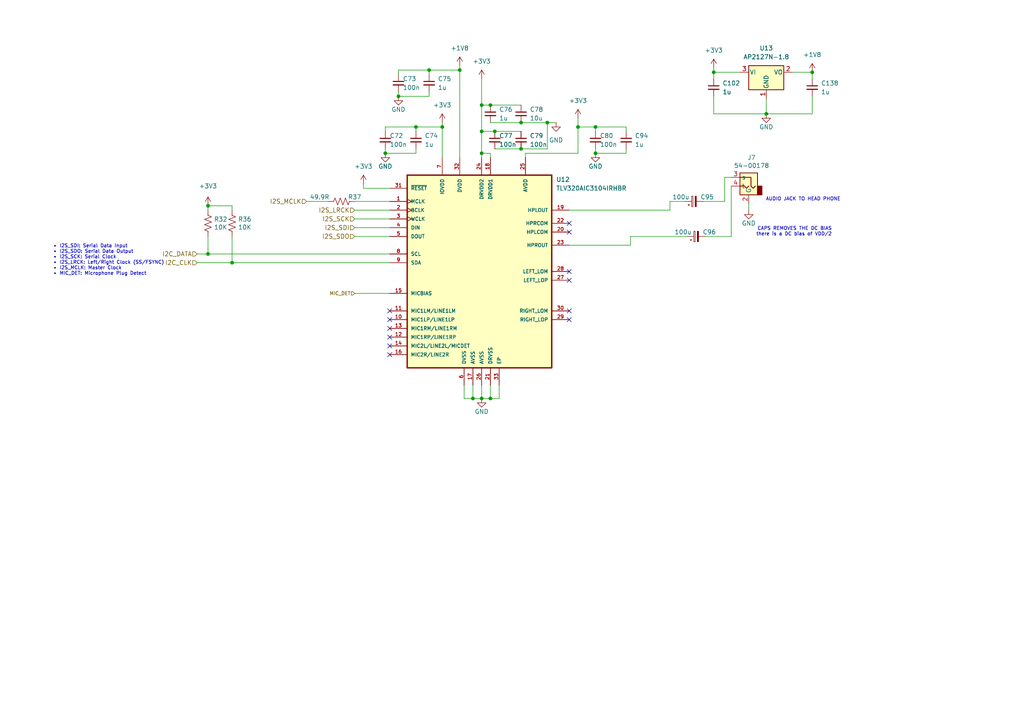
<source format=kicad_sch>
(kicad_sch (version 20211123) (generator eeschema)
  (paper "A4")
  (lib_symbols
    (symbol "Connector:AudioJack2_Ground"
      (property "Reference" "J7" (at -0.8128 8.255 0))
      (property "Value" "54-00178" (at -0.8128 5.9436 0))
      (symbol "AudioJack2_Ground_0_1"
        (rectangle (start -2.54 -2.54) (end -3.81 0) (stroke (width 0.254)) (fill (type outline)))
        (polyline (pts (xy 0 0) (xy 0.635 -0.635) (xy 1.27 0) (xy 2.54 0)) (stroke (width 0.254)))
        (polyline (pts (xy 2.54 2.54) (xy -0.635 2.54) (xy -0.635 0) (xy -1.27 -0.635) (xy -1.905 0)) (stroke (width 0.254)))
        (rectangle (start 2.54 3.81) (end -2.54 -2.54) (stroke (width 0.254)) (fill (type background)))
      )
      (symbol "AudioJack2_Ground_1_1"
        (pin passive line (at 0 -5.08 90) (length 2.54) (name "G") (number "2"))
        (pin passive line (at 5.08 2.54 180) (length 2.54) (name "s") (number "3"))
        (pin passive line (at 5.08 0 180) (length 2.54) (name "t") (number "4"))
      )
    )
    (symbol "Device:C_Small" (pin_numbers hide) (pin_names (offset 0.254) hide)
      (property "Reference" "C" (at 0.254 1.778 0))
      (property "Value" "C_Small" (at 0.254 -2.032 0))
      (symbol "C_Small_0_1"
        (polyline (pts (xy -1.524 -0.508) (xy 1.524 -0.508)) (stroke (width 0.3302)))
        (polyline (pts (xy -1.524 0.508) (xy 1.524 0.508)) (stroke (width 0.3048)))
      )
      (symbol "C_Small_1_1"
        (pin passive line (at 0 2.54 270) (length 2.032) (name "~") (number "1"))
        (pin passive line (at 0 -2.54 90) (length 2.032) (name "~") (number "2"))
      )
    )
    (symbol "Device:R_US" (pin_numbers hide) (pin_names (offset 0))
      (property "Reference" "R" (at 2.54 0 90))
      (property "Value" "R_US" (at -2.54 0 90))
      (symbol "R_US_0_1"
        (polyline (pts (xy 0 -2.286) (xy 0 -2.54)))
        (polyline (pts (xy 0 2.286) (xy 0 2.54)))
        (polyline (pts (xy 0 -0.762) (xy 1.016 -1.143) (xy 0 -1.524) (xy -1.016 -1.905) (xy 0 -2.286)))
        (polyline (pts (xy 0 0.762) (xy 1.016 0.381) (xy 0 0) (xy -1.016 -0.381) (xy 0 -0.762)))
        (polyline (pts (xy 0 2.286) (xy 1.016 1.905) (xy 0 1.524) (xy -1.016 1.143) (xy 0 0.762)))
      )
      (symbol "R_US_1_1"
        (pin passive line (at 0 3.81 270) (length 1.27) (name "~") (number "1"))
        (pin passive line (at 0 -3.81 90) (length 1.27) (name "~") (number "2"))
      )
    )
    (symbol "GCL_Integrated-Circuits:TLV320AIC3104IRHBR" (pin_names (offset 1.016))
      (property "Reference" "U" (at -27.94 34.02 0))
      (property "Value" "TLV320AIC3104IRHBR" (at -35.56 -26.67 0))
      (symbol "TLV320AIC3104IRHBR_0_0"
        (rectangle (start -27.94 33.02) (end 13.97 -22.86) (stroke (width 0.41)) (fill (type background)))
        (pin input clock (at -33.02 25.4 0) (length 5.08) (name "MCLK") (number "1"))
        (pin input line (at -33.02 -8.89 0) (length 5.08) (name "MIC1LP/LINE1LP") (number "10"))
        (pin input line (at -33.02 -6.35 0) (length 5.08) (name "MIC1LM/LINE1LM") (number "11"))
        (pin input line (at -33.02 -13.97 0) (length 5.08) (name "MIC1RP/LINE1RP") (number "12"))
        (pin input line (at -33.02 -11.43 0) (length 5.08) (name "MIC1RM/LINE1RM") (number "13"))
        (pin input line (at -33.02 -16.51 0) (length 5.08) (name "MIC2L/LINE2L/MICDET") (number "14"))
        (pin output line (at -33.02 -1.27 0) (length 5.08) (name "MICBIAS") (number "15"))
        (pin input line (at -33.02 -19.05 0) (length 5.08) (name "MIC2R/LINE2R") (number "16"))
        (pin power_in line (at -8.89 -27.94 90) (length 5.08) (name "AVSS") (number "17"))
        (pin power_in line (at -3.81 38.1 270) (length 5.08) (name "DRVDD1") (number "18"))
        (pin output line (at 19.05 22.86 180) (length 5.08) (name "HPLOUT") (number "19"))
        (pin input clock (at -33.02 22.86 0) (length 5.08) (name "BCLK") (number "2"))
        (pin output line (at 19.05 16.51 180) (length 5.08) (name "HPLCOM") (number "20"))
        (pin power_in line (at -3.81 -27.94 90) (length 5.08) (name "DRVSS") (number "21"))
        (pin output line (at 19.05 19.05 180) (length 5.08) (name "HPRCOM") (number "22"))
        (pin output line (at 19.05 12.7 180) (length 5.08) (name "HPROUT") (number "23"))
        (pin power_in line (at -6.35 38.1 270) (length 5.08) (name "DRVDD2") (number "24"))
        (pin power_in line (at 6.35 38.1 270) (length 5.08) (name "AVDD") (number "25"))
        (pin power_in line (at -6.35 -27.94 90) (length 5.08) (name "AVSS") (number "26"))
        (pin output line (at 19.05 2.54 180) (length 5.08) (name "LEFT_LOP") (number "27"))
        (pin output line (at 19.05 5.08 180) (length 5.08) (name "LEFT_LOM") (number "28"))
        (pin output line (at 19.05 -8.89 180) (length 5.08) (name "RIGHT_LOP") (number "29"))
        (pin input clock (at -33.02 20.32 0) (length 5.08) (name "WCLK") (number "3"))
        (pin output line (at 19.05 -6.35 180) (length 5.08) (name "RIGHT_LOM") (number "30"))
        (pin input line (at -33.02 29.21 0) (length 5.08) (name "~{RESET}") (number "31"))
        (pin power_in line (at -12.7 38.1 270) (length 5.08) (name "DVDD") (number "32"))
        (pin power_in line (at -1.27 -27.94 90) (length 5.08) (name "EP") (number "33"))
        (pin input line (at -33.02 17.78 0) (length 5.08) (name "DIN") (number "4"))
        (pin output line (at -33.02 15.24 0) (length 5.08) (name "DOUT") (number "5"))
        (pin power_in line (at -11.43 -27.94 90) (length 5.08) (name "DVSS") (number "6"))
        (pin power_in line (at -17.78 38.1 270) (length 5.08) (name "IOVDD") (number "7"))
        (pin input line (at -33.02 10.16 0) (length 5.08) (name "SCL") (number "8"))
        (pin bidirectional line (at -33.02 7.62 0) (length 5.08) (name "SDA") (number "9"))
      )
    )
    (symbol "Regulator_Linear:AP2127N-1.8" (pin_names (offset 0.254))
      (property "Reference" "U" (at -3.81 3.175 0))
      (property "Value" "AP2127N-1.8" (at 0 3.175 0))
      (symbol "AP2127N-1.8_0_1"
        (rectangle (start -5.08 1.905) (end 5.08 -5.08) (stroke (width 0.254)) (fill (type background)))
      )
      (symbol "AP2127N-1.8_1_1"
        (pin power_in line (at 0 -7.62 90) (length 2.54) (name "GND") (number "1"))
        (pin power_out line (at 7.62 0 180) (length 2.54) (name "VO") (number "2"))
        (pin power_in line (at -7.62 0 0) (length 2.54) (name "VI") (number "3"))
      )
    )
    (symbol "USB_C_HUB-rescue:CP_Small-Device" (pin_numbers hide) (pin_names (offset 0.254) hide)
      (property "Reference" "C" (at 0.254 1.778 0))
      (property "Value" "CP_Small-Device" (at 0.254 -2.032 0))
      (symbol "CP_Small-Device_0_1"
        (rectangle (start -1.524 -0.3048) (end 1.524 -0.6858) (fill (type outline)))
        (rectangle (start -1.524 0.6858) (end 1.524 0.3048))
        (polyline (pts (xy -1.27 1.524) (xy -0.762 1.524)))
        (polyline (pts (xy -1.016 1.27) (xy -1.016 1.778)))
      )
      (symbol "CP_Small-Device_1_1"
        (pin passive line (at 0 2.54 270) (length 1.8542) (name "~") (number "1"))
        (pin passive line (at 0 -2.54 90) (length 1.8542) (name "~") (number "2"))
      )
    )
    (symbol "power:+1V8" (power) (pin_names (offset 0))
      (property "Value" "+1V8" (at 0 3.556 0))
      (symbol "+1V8_0_1"
        (polyline (pts (xy -0.762 1.27) (xy 0 2.54)))
        (polyline (pts (xy 0 0) (xy 0 2.54)))
        (polyline (pts (xy 0 2.54) (xy 0.762 1.27)))
      )
      (symbol "+1V8_1_1"
        (pin power_in line (at 0 0 90) (length 0) hide (name "+1V8") (number "1"))
      )
    )
    (symbol "power:+3V3" (power) (pin_names (offset 0))
      (property "Value" "+3V3" (at 0 3.556 0))
      (symbol "+3V3_0_1"
        (polyline (pts (xy -0.762 1.27) (xy 0 2.54)))
        (polyline (pts (xy 0 0) (xy 0 2.54)))
        (polyline (pts (xy 0 2.54) (xy 0.762 1.27)))
      )
      (symbol "+3V3_1_1"
        (pin power_in line (at 0 0 90) (length 0) hide (name "+3V3") (number "1"))
      )
    )
    (symbol "power:GND" (power) (pin_names (offset 0))
      (property "Value" "GND" (at 0 -3.81 0))
      (symbol "GND_0_1"
        (polyline (pts (xy 0 0) (xy 0 -1.27) (xy 1.27 -1.27) (xy 0 -2.54) (xy -1.27 -1.27) (xy 0 -1.27)))
      )
      (symbol "GND_1_1"
        (pin power_in line (at 0 0 270) (length 0) hide (name "GND") (number "1"))
      )
    )
  )
  (junction (at 235.585 20.955))
  (junction (at 139.7 115.57))
  (junction (at 67.31 76.2))
  (junction (at 139.7 30.48))
  (junction (at 207.01 20.955))
  (junction (at 222.25 33.02))
  (junction (at 142.24 115.57))
  (junction (at 111.76 44.45))
  (junction (at 60.325 73.66))
  (junction (at 151.13 35.56))
  (junction (at 124.46 20.32))
  (junction (at 172.72 44.45))
  (junction (at 128.27 36.83))
  (junction (at 143.51 38.1))
  (junction (at 142.24 30.48))
  (junction (at 158.75 35.56))
  (junction (at 139.7 44.45))
  (junction (at 137.16 115.57))
  (junction (at 120.65 36.83))
  (junction (at 133.35 20.32))
  (junction (at 151.13 43.18))
  (junction (at 115.57 27.94))
  (junction (at 60.325 59.69))
  (junction (at 172.72 36.83))
  (junction (at 139.7 38.1))
  (junction (at 167.64 36.83))
  (no_connect (at 165.1 90.17))
  (no_connect (at 113.03 90.17))
  (no_connect (at 113.03 92.71))
  (no_connect (at 113.03 95.25))
  (no_connect (at 113.03 97.79))
  (no_connect (at 113.03 100.33))
  (no_connect (at 113.03 102.87))
  (no_connect (at 165.1 64.77))
  (no_connect (at 165.1 67.31))
  (no_connect (at 165.1 92.71))
  (no_connect (at 165.1 78.74))
  (no_connect (at 165.1 81.28))
  (wire (pts (xy 133.35 20.32) (xy 133.35 45.72)))
  (wire (pts (xy 207.01 19.685) (xy 207.01 20.955)))
  (wire (pts (xy 151.13 35.56) (xy 158.75 35.56)))
  (wire (pts (xy 139.7 30.48) (xy 139.7 38.1)))
  (wire (pts (xy 57.15 73.66) (xy 60.325 73.66)))
  (wire (pts (xy 212.09 68.58) (xy 212.09 53.975)))
  (wire (pts (xy 128.27 35.56) (xy 128.27 36.83)))
  (wire (pts (xy 102.87 60.96) (xy 113.03 60.96)))
  (wire (pts (xy 142.24 111.76) (xy 142.24 115.57)))
  (wire (pts (xy 235.585 20.955) (xy 229.87 20.955)))
  (wire (pts (xy 137.16 111.76) (xy 137.16 115.57)))
  (wire (pts (xy 172.72 44.45) (xy 181.61 44.45)))
  (wire (pts (xy 102.87 63.5) (xy 113.03 63.5)))
  (wire (pts (xy 139.7 115.57) (xy 142.24 115.57)))
  (wire (pts (xy 235.585 33.02) (xy 235.585 27.94)))
  (wire (pts (xy 134.62 111.76) (xy 134.62 115.57)))
  (wire (pts (xy 207.01 27.94) (xy 207.01 33.02)))
  (wire (pts (xy 120.65 36.83) (xy 111.76 36.83)))
  (wire (pts (xy 60.325 68.58) (xy 60.325 73.66)))
  (wire (pts (xy 182.88 68.58) (xy 199.39 68.58)))
  (wire (pts (xy 124.46 20.32) (xy 133.35 20.32)))
  (wire (pts (xy 165.1 71.12) (xy 182.88 71.12)))
  (wire (pts (xy 167.64 36.83) (xy 172.72 36.83)))
  (wire (pts (xy 222.25 33.02) (xy 235.585 33.02)))
  (wire (pts (xy 165.1 60.96) (xy 194.31 60.96)))
  (wire (pts (xy 217.17 60.96) (xy 217.17 59.055)))
  (wire (pts (xy 133.35 19.05) (xy 133.35 20.32)))
  (wire (pts (xy 158.75 35.56) (xy 161.29 35.56)))
  (wire (pts (xy 203.835 58.42) (xy 210.185 58.42)))
  (wire (pts (xy 222.25 28.575) (xy 222.25 33.02)))
  (wire (pts (xy 111.76 43.18) (xy 111.76 44.45)))
  (wire (pts (xy 158.75 43.18) (xy 158.75 35.56)))
  (wire (pts (xy 128.27 36.83) (xy 120.65 36.83)))
  (wire (pts (xy 182.88 71.12) (xy 182.88 68.58)))
  (wire (pts (xy 142.24 44.45) (xy 139.7 44.45)))
  (wire (pts (xy 172.72 36.83) (xy 172.72 38.1)))
  (wire (pts (xy 143.51 43.18) (xy 151.13 43.18)))
  (wire (pts (xy 105.41 54.61) (xy 113.03 54.61)))
  (wire (pts (xy 60.325 60.96) (xy 60.325 59.69)))
  (wire (pts (xy 113.03 68.58) (xy 102.87 68.58)))
  (wire (pts (xy 172.72 43.18) (xy 172.72 44.45)))
  (wire (pts (xy 102.87 85.09) (xy 113.03 85.09)))
  (wire (pts (xy 137.16 115.57) (xy 139.7 115.57)))
  (wire (pts (xy 181.61 36.83) (xy 181.61 38.1)))
  (wire (pts (xy 115.57 20.32) (xy 115.57 21.59)))
  (wire (pts (xy 88.9 58.42) (xy 95.25 58.42)))
  (wire (pts (xy 194.31 60.96) (xy 194.31 58.42)))
  (wire (pts (xy 67.31 76.2) (xy 113.03 76.2)))
  (wire (pts (xy 172.72 36.83) (xy 181.61 36.83)))
  (wire (pts (xy 210.185 58.42) (xy 210.185 51.435)))
  (wire (pts (xy 139.7 30.48) (xy 142.24 30.48)))
  (wire (pts (xy 67.31 60.96) (xy 67.31 59.69)))
  (wire (pts (xy 139.7 22.86) (xy 139.7 30.48)))
  (wire (pts (xy 115.57 27.94) (xy 124.46 27.94)))
  (wire (pts (xy 113.03 58.42) (xy 102.87 58.42)))
  (wire (pts (xy 204.47 68.58) (xy 212.09 68.58)))
  (wire (pts (xy 124.46 20.32) (xy 115.57 20.32)))
  (wire (pts (xy 60.325 59.69) (xy 67.31 59.69)))
  (wire (pts (xy 111.76 36.83) (xy 111.76 38.1)))
  (wire (pts (xy 144.78 115.57) (xy 144.78 111.76)))
  (wire (pts (xy 139.7 38.1) (xy 139.7 44.45)))
  (wire (pts (xy 105.41 53.34) (xy 105.41 54.61)))
  (wire (pts (xy 60.325 73.66) (xy 113.03 73.66)))
  (wire (pts (xy 139.7 111.76) (xy 139.7 115.57)))
  (wire (pts (xy 210.185 51.435) (xy 212.09 51.435)))
  (wire (pts (xy 142.24 30.48) (xy 151.13 30.48)))
  (wire (pts (xy 124.46 26.67) (xy 124.46 27.94)))
  (wire (pts (xy 124.46 21.59) (xy 124.46 20.32)))
  (wire (pts (xy 194.31 58.42) (xy 198.755 58.42)))
  (wire (pts (xy 142.24 35.56) (xy 151.13 35.56)))
  (wire (pts (xy 152.4 45.72) (xy 152.4 44.45)))
  (wire (pts (xy 134.62 115.57) (xy 137.16 115.57)))
  (wire (pts (xy 207.01 20.955) (xy 214.63 20.955)))
  (wire (pts (xy 143.51 38.1) (xy 151.13 38.1)))
  (wire (pts (xy 167.64 34.29) (xy 167.64 36.83)))
  (wire (pts (xy 120.65 36.83) (xy 120.65 38.1)))
  (wire (pts (xy 67.31 68.58) (xy 67.31 76.2)))
  (wire (pts (xy 128.27 36.83) (xy 128.27 45.72)))
  (wire (pts (xy 151.13 43.18) (xy 158.75 43.18)))
  (wire (pts (xy 167.64 36.83) (xy 167.64 44.45)))
  (wire (pts (xy 113.03 66.04) (xy 102.87 66.04)))
  (wire (pts (xy 207.01 33.02) (xy 222.25 33.02)))
  (wire (pts (xy 139.7 38.1) (xy 143.51 38.1)))
  (wire (pts (xy 152.4 44.45) (xy 167.64 44.45)))
  (wire (pts (xy 235.585 22.86) (xy 235.585 20.955)))
  (wire (pts (xy 142.24 115.57) (xy 144.78 115.57)))
  (wire (pts (xy 207.01 20.955) (xy 207.01 22.86)))
  (wire (pts (xy 115.57 26.67) (xy 115.57 27.94)))
  (wire (pts (xy 111.76 44.45) (xy 120.65 44.45)))
  (wire (pts (xy 120.65 43.18) (xy 120.65 44.45)))
  (wire (pts (xy 181.61 43.18) (xy 181.61 44.45)))
  (wire (pts (xy 142.24 45.72) (xy 142.24 44.45)))
  (wire (pts (xy 67.31 76.2) (xy 57.15 76.2)))
  (wire (pts (xy 139.7 44.45) (xy 139.7 45.72)))
  (text "CAPS REMOVES THE DC BIAS\nthere is a DC bias of VDD/2" (at 241.3 68.58 0) (effects (font (size 0.9906 0.9906)) (justify right bottom)))
  (text "• I2S_SDI: Serial Data Input\n• I2S_SDO: Serial Data Output\n• I2S_SCK: Serial Clock\n• I2S_LRCK: Left/Right Clock (SS/FSYNC)\n• I2S_MCLK: Master Clock\n• MIC_DET: Microphone Plug Detect" (at 15.24 80.01 0) (effects (font (size 0.9906 0.9906)) (justify left bottom)))
  (text "AUDIO JACK TO HEAD PHONE\n" (at 243.84 58.42 180) (effects (font (size 0.9906 0.9906)) (justify right bottom)))
  (hierarchical_label "I2C_CLK" (shape input) (at 57.15 76.2 180))
  (hierarchical_label "MIC_DET" (shape input) (at 102.87 85.09 180) (effects (font (size 0.9906 0.9906))))
  (hierarchical_label "I2S_SDI" (shape input) (at 102.87 66.04 180))
  (hierarchical_label "I2S_LRCK" (shape input) (at 102.87 60.96 180))
  (hierarchical_label "I2S_MCLK" (shape input) (at 88.9 58.42 180))
  (hierarchical_label "I2C_DATA" (shape input) (at 57.15 73.66 180))
  (hierarchical_label "I2S_SDO" (shape input) (at 102.87 68.58 180))
  (hierarchical_label "I2S_SCK" (shape input) (at 102.87 63.5 180))
  (symbol (lib_id "power:+3V3") (at 105.41 53.34 0) (unit 1)
    (property "Reference" "#PWR0147" (effects hide))
    (property "Value" "+3V3" (at 105.41 48.26 0))
  )
  (symbol (lib_id "Device:C_Small") (at 207.01 25.4 0) (unit 1)
    (property "Reference" "C102" (at 209.55 24.1362 0) (effects (justify left)))
    (property "Value" "1u" (at 209.55 26.6762 0) (effects (justify left)))
    (property "Footprint" "Capacitor_SMD:C_0402_1005Metric" (effects hide))
  )
  (symbol (lib_id "Device:R_US") (at 60.325 64.77 0) (unit 1)
    (property "Reference" "R32" (at 62.0522 63.6016 0) (effects (justify left)))
    (property "Value" "10K" (at 62.0522 65.913 0) (effects (justify left)))
    (property "Footprint" "Resistor_SMD:R_0402_1005Metric" (effects hide))
  )
  (symbol (lib_id "power:GND") (at 111.76 44.45 0) (unit 1)
    (property "Reference" "#PWR098" (effects hide))
    (property "Value" "GND" (at 111.76 48.26 0))
  )
  (symbol (lib_id "Device:R_US") (at 99.06 58.42 90) (unit 1)
    (property "Reference" "R37" (at 102.87 57.15 90))
    (property "Value" "49.9R" (at 92.71 57.15 90))
    (property "Footprint" "Resistor_SMD:R_0402_1005Metric" (effects hide))
  )
  (symbol (lib_id "power:GND") (at 139.7 115.57 0) (unit 1)
    (property "Reference" "#PWR0103" (effects hide))
    (property "Value" "GND" (at 139.7 119.38 0))
  )
  (symbol (lib_id "USB_C_HUB-rescue:CP_Small-Device") (at 201.93 68.58 90) (unit 1)
    (property "Reference" "C96" (at 205.74 67.31 90))
    (property "Value" "100u" (at 198.12 67.31 90))
    (property "Footprint" "Capacitor_Tantalum_SMD:CP_EIA-3528-21_Kemet-B" (effects hide))
    (property "Mfr No." "TLJB227M006R0500" (effects hide))
  )
  (symbol (lib_id "Device:C_Small") (at 181.61 40.64 0) (unit 1)
    (property "Reference" "C94" (at 184.15 39.3762 0) (effects (justify left)))
    (property "Value" "1u" (at 184.15 41.9162 0) (effects (justify left)))
    (property "Footprint" "Capacitor_SMD:C_0402_1005Metric" (effects hide))
  )
  (symbol (lib_id "power:+3V3") (at 167.64 34.29 0) (unit 1)
    (property "Reference" "#PWR0122" (effects hide))
    (property "Value" "+3V3" (at 167.64 29.21 0))
  )
  (symbol (lib_id "power:+3V3") (at 60.325 59.69 0) (unit 1)
    (property "Reference" "#PWR097" (effects hide))
    (property "Value" "+3V3" (at 60.325 53.975 0))
  )
  (symbol (lib_id "power:+1V8") (at 235.585 20.955 0) (unit 1)
    (property "Reference" "#PWR0175" (effects hide))
    (property "Value" "+1V8" (at 235.585 15.875 0))
  )
  (symbol (lib_id "power:GND") (at 217.17 60.96 0) (unit 1)
    (property "Reference" "#PWR0124" (effects hide))
    (property "Value" "GND" (at 217.17 64.77 0))
  )
  (symbol (lib_id "power:+1V8") (at 133.35 19.05 0) (unit 1)
    (property "Reference" "#PWR0101" (effects hide))
    (property "Value" "+1V8" (at 133.35 13.97 0))
  )
  (symbol (lib_id "USB_C_HUB-rescue:CP_Small-Device") (at 201.295 58.42 90) (unit 1)
    (property "Reference" "C95" (at 205.105 57.15 90))
    (property "Value" "100u" (at 197.485 57.15 90))
    (property "Footprint" "Capacitor_Tantalum_SMD:CP_EIA-3528-21_Kemet-B" (effects hide))
    (property "Mfr No." "TLJB227M006R0500" (effects hide))
  )
  (symbol (lib_id "Device:C_Small") (at 111.76 40.64 0) (unit 1)
    (property "Reference" "C72" (at 113.03 39.37 0) (effects (justify left)))
    (property "Value" "100n" (at 113.03 41.91 0) (effects (justify left)))
    (property "Footprint" "Capacitor_SMD:C_0402_1005Metric" (effects hide))
  )
  (symbol (lib_id "Connector:AudioJack2_Ground") (at 217.17 53.975 0) (mirror y) (unit 1)
    (property "Reference" "J7" (at 217.9828 45.72 0))
    (property "Value" "54-00178" (at 217.9828 48.0314 0))
    (property "Footprint" "Connector_Audio:Jack_3.5mm_PJ311_Horizontal" (effects hide))
  )
  (symbol (lib_id "Device:C_Small") (at 143.51 40.64 0) (unit 1)
    (property "Reference" "C77" (at 144.78 39.37 0) (effects (justify left)))
    (property "Value" "100n" (at 144.78 41.91 0) (effects (justify left)))
    (property "Footprint" "Capacitor_SMD:C_0402_1005Metric" (effects hide))
  )
  (symbol (lib_id "Device:C_Small") (at 115.57 24.13 0) (unit 1)
    (property "Reference" "C73" (at 116.84 22.86 0) (effects (justify left)))
    (property "Value" "100n" (at 116.84 25.4 0) (effects (justify left)))
    (property "Footprint" "Capacitor_SMD:C_0402_1005Metric" (effects hide))
  )
  (symbol (lib_id "power:GND") (at 172.72 44.45 0) (unit 1)
    (property "Reference" "#PWR0123" (effects hide))
    (property "Value" "GND" (at 172.72 48.26 0))
  )
  (symbol (lib_id "power:+3V3") (at 139.7 22.86 0) (unit 1)
    (property "Reference" "#PWR0102" (effects hide))
    (property "Value" "+3V3" (at 139.7 17.78 0))
  )
  (symbol (lib_id "Device:C_Small") (at 151.13 33.02 0) (unit 1)
    (property "Reference" "C78" (at 153.67 31.7562 0) (effects (justify left)))
    (property "Value" "10u" (at 153.67 34.2962 0) (effects (justify left)))
    (property "Footprint" "Capacitor_SMD:C_0402_1005Metric" (effects hide))
  )
  (symbol (lib_id "Device:C_Small") (at 151.13 40.64 0) (unit 1)
    (property "Reference" "C79" (at 153.67 39.3762 0) (effects (justify left)))
    (property "Value" "100n" (at 153.67 41.9162 0) (effects (justify left)))
    (property "Footprint" "Capacitor_SMD:C_0402_1005Metric" (effects hide))
  )
  (symbol (lib_id "power:+3V3") (at 207.01 19.685 0) (unit 1)
    (property "Reference" "#PWR0173" (effects hide))
    (property "Value" "+3V3" (at 207.01 14.605 0))
  )
  (symbol (lib_id "power:GND") (at 115.57 27.94 0) (unit 1)
    (property "Reference" "#PWR099" (effects hide))
    (property "Value" "GND" (at 115.57 31.75 0))
  )
  (symbol (lib_id "GCL_Integrated-Circuits:TLV320AIC3104IRHBR") (at 146.05 83.82 0) (unit 1)
    (property "Reference" "U12" (at 161.29 52.07 0) (effects (justify left)))
    (property "Value" "TLV320AIC3104IRHBR" (at 161.29 54.61 0) (effects (justify left)))
    (property "Footprint" "Package_DFN_QFN:VQFN-32-1EP_5x5mm_P0.5mm_EP3.5x3.5mm" (effects hide))
  )
  (symbol (lib_id "Device:C_Small") (at 120.65 40.64 0) (unit 1)
    (property "Reference" "C74" (at 123.19 39.3762 0) (effects (justify left)))
    (property "Value" "1u" (at 123.19 41.9162 0) (effects (justify left)))
    (property "Footprint" "Capacitor_SMD:C_0402_1005Metric" (effects hide))
  )
  (symbol (lib_id "Device:C_Small") (at 142.24 33.02 0) (unit 1)
    (property "Reference" "C76" (at 144.78 31.7562 0) (effects (justify left)))
    (property "Value" "1u" (at 144.78 34.2962 0) (effects (justify left)))
    (property "Footprint" "Capacitor_SMD:C_0402_1005Metric" (effects hide))
  )
  (symbol (lib_id "Device:C_Small") (at 172.72 40.64 0) (unit 1)
    (property "Reference" "C80" (at 173.99 39.37 0) (effects (justify left)))
    (property "Value" "100n" (at 173.99 41.91 0) (effects (justify left)))
    (property "Footprint" "Capacitor_SMD:C_0402_1005Metric" (effects hide))
  )
  (symbol (lib_id "power:+3V3") (at 128.27 35.56 0) (unit 1)
    (property "Reference" "#PWR0100" (effects hide))
    (property "Value" "+3V3" (at 128.27 30.48 0))
  )
  (symbol (lib_id "Regulator_Linear:AP2127N-1.8") (at 222.25 20.955 0) (unit 1)
    (property "Reference" "U13" (at 222.25 13.97 0))
    (property "Value" "AP2127N-1.8" (at 222.25 16.51 0))
    (property "Footprint" "Package_TO_SOT_SMD:SOT-23" (effects hide))
    (property "Datasheet" "https://www.diodes.com/assets/Datasheets/AP2127.pdf" (effects hide))
  )
  (symbol (lib_id "Device:C_Small") (at 124.46 24.13 0) (unit 1)
    (property "Reference" "C75" (at 127 22.8662 0) (effects (justify left)))
    (property "Value" "1u" (at 127 25.4062 0) (effects (justify left)))
    (property "Footprint" "Capacitor_SMD:C_0402_1005Metric" (effects hide))
  )
  (symbol (lib_id "Device:C_Small") (at 235.585 25.4 0) (unit 1)
    (property "Reference" "C138" (at 238.125 24.1362 0) (effects (justify left)))
    (property "Value" "1u" (at 238.125 26.6762 0) (effects (justify left)))
    (property "Footprint" "Capacitor_SMD:C_0402_1005Metric" (effects hide))
  )
  (symbol (lib_id "power:GND") (at 222.25 33.02 0) (unit 1)
    (property "Reference" "#PWR0174" (effects hide))
    (property "Value" "GND" (at 222.25 36.83 0))
  )
  (symbol (lib_id "Device:R_US") (at 67.31 64.77 0) (unit 1)
    (property "Reference" "R36" (at 69.0372 63.6016 0) (effects (justify left)))
    (property "Value" "10K" (at 69.0372 65.913 0) (effects (justify left)))
    (property "Footprint" "Resistor_SMD:R_0402_1005Metric" (effects hide))
  )
  (symbol (lib_id "power:GND") (at 161.29 35.56 0) (unit 1)
    (property "Reference" "#PWR0121" (effects hide))
    (property "Value" "GND" (at 161.29 40.64 0))
  )
)
</source>
